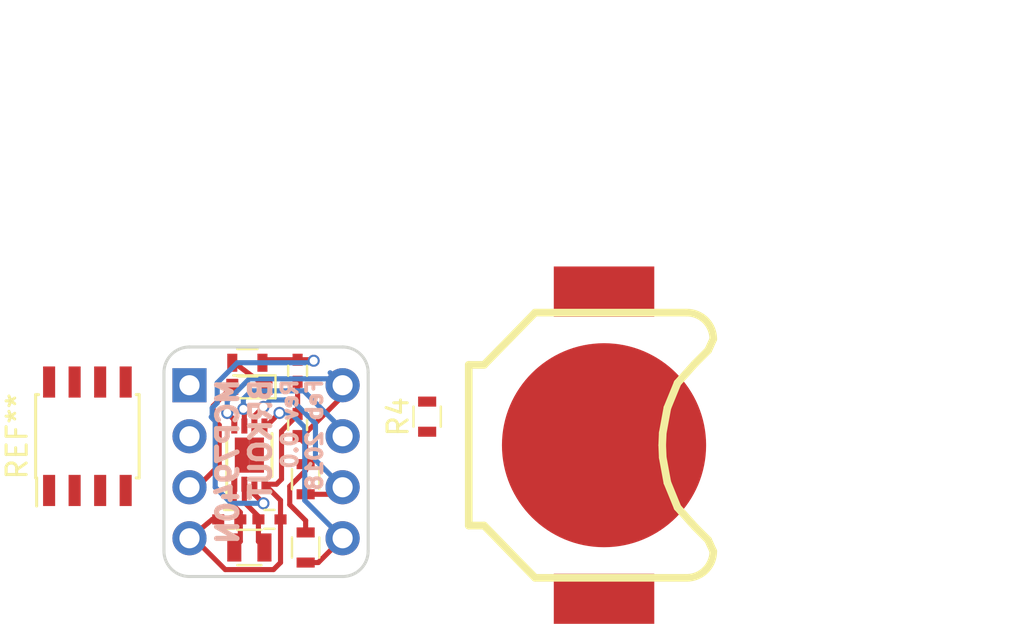
<source format=kicad_pcb>
(kicad_pcb (version 4) (host pcbnew 4.0.7)

  (general
    (links 24)
    (no_connects 2)
    (area 145.974999 107.239999 156.285001 118.820001)
    (thickness 1.6)
    (drawings 11)
    (tracks 105)
    (zones 0)
    (modules 15)
    (nets 13)
  )

  (page USLetter)
  (title_block
    (title "Arduino Clock")
    (company "Maker's Box")
  )

  (layers
    (0 F.Cu signal)
    (31 B.Cu signal)
    (32 B.Adhes user)
    (33 F.Adhes user)
    (34 B.Paste user)
    (35 F.Paste user)
    (36 B.SilkS user)
    (37 F.SilkS user)
    (38 B.Mask user)
    (39 F.Mask user)
    (40 Dwgs.User user)
    (41 Cmts.User user)
    (42 Eco1.User user)
    (43 Eco2.User user)
    (44 Edge.Cuts user)
    (45 Margin user)
    (46 B.CrtYd user)
    (47 F.CrtYd user)
    (48 B.Fab user)
    (49 F.Fab user hide)
  )

  (setup
    (last_trace_width 0.254)
    (user_trace_width 0.254)
    (user_trace_width 0.3048)
    (user_trace_width 0.4064)
    (user_trace_width 0.6096)
    (trace_clearance 0.2)
    (zone_clearance 0.508)
    (zone_45_only no)
    (trace_min 0.2)
    (segment_width 0.2)
    (edge_width 0.15)
    (via_size 0.6)
    (via_drill 0.4)
    (via_min_size 0.4)
    (via_min_drill 0.3)
    (uvia_size 0.3)
    (uvia_drill 0.1)
    (uvias_allowed no)
    (uvia_min_size 0.2)
    (uvia_min_drill 0.1)
    (pcb_text_width 0.3)
    (pcb_text_size 1.5 1.5)
    (mod_edge_width 0.15)
    (mod_text_size 1 1)
    (mod_text_width 0.15)
    (pad_size 1.7 1.7)
    (pad_drill 1)
    (pad_to_mask_clearance 0)
    (aux_axis_origin 0 0)
    (visible_elements 7FFEFFFF)
    (pcbplotparams
      (layerselection 0x00030_80000001)
      (usegerberextensions false)
      (excludeedgelayer true)
      (linewidth 0.100000)
      (plotframeref false)
      (viasonmask false)
      (mode 1)
      (useauxorigin false)
      (hpglpennumber 1)
      (hpglpenspeed 20)
      (hpglpendiameter 15)
      (hpglpenoverlay 2)
      (psnegative false)
      (psa4output false)
      (plotreference true)
      (plotvalue true)
      (plotinvisibletext false)
      (padsonsilk false)
      (subtractmaskfromsilk false)
      (outputformat 1)
      (mirror false)
      (drillshape 1)
      (scaleselection 1)
      (outputdirectory ""))
  )

  (net 0 "")
  (net 1 GND)
  (net 2 VCC)
  (net 3 "Net-(CX1-Pad1)")
  (net 4 "Net-(CX2-Pad1)")
  (net 5 /SDA)
  (net 6 /SCL)
  (net 7 "Net-(C2-Pad2)")
  (net 8 /MFP)
  (net 9 "Net-(D1-Pad1)")
  (net 10 /VBAT)
  (net 11 "Net-(JL1-Pad1)")
  (net 12 "Net-(JL1-Pad2)")

  (net_class Default "This is the default net class."
    (clearance 0.2)
    (trace_width 0.25)
    (via_dia 0.6)
    (via_drill 0.4)
    (uvia_dia 0.3)
    (uvia_drill 0.1)
    (add_net /MFP)
    (add_net /SCL)
    (add_net /SDA)
    (add_net /VBAT)
    (add_net GND)
    (add_net "Net-(C2-Pad2)")
    (add_net "Net-(CX1-Pad1)")
    (add_net "Net-(CX2-Pad1)")
    (add_net "Net-(D1-Pad1)")
    (add_net "Net-(JL1-Pad1)")
    (add_net "Net-(JL1-Pad2)")
    (add_net VCC)
  )

  (module Pin_Headers:Pin_Header_Straight_1x04_Pitch2.54mm (layer F.Cu) (tedit 5A9245DB) (tstamp 5A9235C2)
    (at 154.94 109.22)
    (descr "Through hole straight pin header, 1x04, 2.54mm pitch, single row")
    (tags "Through hole pin header THT 1x04 2.54mm single row")
    (path /5A939751)
    (fp_text reference JR1 (at 0.08128 3.94208 90) (layer F.SilkS) hide
      (effects (font (size 1 1) (thickness 0.15)))
    )
    (fp_text value Conn_01x04 (at 0 9.95) (layer F.Fab) hide
      (effects (font (size 1 1) (thickness 0.15)))
    )
    (fp_line (start -0.635 -1.27) (end 1.27 -1.27) (layer F.Fab) (width 0.1))
    (fp_line (start 1.27 -1.27) (end 1.27 8.89) (layer F.Fab) (width 0.1))
    (fp_line (start 1.27 8.89) (end -1.27 8.89) (layer F.Fab) (width 0.1))
    (fp_line (start -1.27 8.89) (end -1.27 -0.635) (layer F.Fab) (width 0.1))
    (fp_line (start -1.27 -0.635) (end -0.635 -1.27) (layer F.Fab) (width 0.1))
    (fp_line (start -1.8 -1.8) (end -1.8 9.4) (layer F.CrtYd) (width 0.05))
    (fp_line (start -1.8 9.4) (end 1.8 9.4) (layer F.CrtYd) (width 0.05))
    (fp_line (start 1.8 9.4) (end 1.8 -1.8) (layer F.CrtYd) (width 0.05))
    (fp_line (start 1.8 -1.8) (end -1.8 -1.8) (layer F.CrtYd) (width 0.05))
    (fp_text user %R (at 0 3.81 90) (layer F.Fab)
      (effects (font (size 1 1) (thickness 0.15)))
    )
    (pad 1 thru_hole circle (at 0 0) (size 1.7 1.7) (drill 1) (layers *.Cu *.Mask)
      (net 2 VCC))
    (pad 2 thru_hole oval (at 0 2.54) (size 1.7 1.7) (drill 1) (layers *.Cu *.Mask)
      (net 8 /MFP))
    (pad 3 thru_hole oval (at 0 5.08) (size 1.7 1.7) (drill 1) (layers *.Cu *.Mask)
      (net 6 /SCL))
    (pad 4 thru_hole oval (at 0 7.62) (size 1.7 1.7) (drill 1) (layers *.Cu *.Mask)
      (net 5 /SDA))
  )

  (module Pin_Headers:Pin_Header_Straight_1x04_Pitch2.54mm (layer F.Cu) (tedit 5A9245E0) (tstamp 5A9235BA)
    (at 147.32 109.22)
    (descr "Through hole straight pin header, 1x04, 2.54mm pitch, single row")
    (tags "Through hole pin header THT 1x04 2.54mm single row")
    (path /5A939A54)
    (fp_text reference JL1 (at -0.08128 3.90144 90) (layer F.SilkS) hide
      (effects (font (size 1 1) (thickness 0.15)))
    )
    (fp_text value Conn_01x04 (at 0 9.95) (layer F.Fab) hide
      (effects (font (size 1 1) (thickness 0.15)))
    )
    (fp_line (start -0.635 -1.27) (end 1.27 -1.27) (layer F.Fab) (width 0.1))
    (fp_line (start 1.27 -1.27) (end 1.27 8.89) (layer F.Fab) (width 0.1))
    (fp_line (start 1.27 8.89) (end -1.27 8.89) (layer F.Fab) (width 0.1))
    (fp_line (start -1.27 8.89) (end -1.27 -0.635) (layer F.Fab) (width 0.1))
    (fp_line (start -1.27 -0.635) (end -0.635 -1.27) (layer F.Fab) (width 0.1))
    (fp_line (start -1.8 -1.8) (end -1.8 9.4) (layer F.CrtYd) (width 0.05))
    (fp_line (start -1.8 9.4) (end 1.8 9.4) (layer F.CrtYd) (width 0.05))
    (fp_line (start 1.8 9.4) (end 1.8 -1.8) (layer F.CrtYd) (width 0.05))
    (fp_line (start 1.8 -1.8) (end -1.8 -1.8) (layer F.CrtYd) (width 0.05))
    (fp_text user %R (at 0 3.81 90) (layer F.Fab)
      (effects (font (size 1 1) (thickness 0.15)))
    )
    (pad 1 thru_hole rect (at 0 0) (size 1.7 1.7) (drill 1) (layers *.Cu *.Mask)
      (net 11 "Net-(JL1-Pad1)"))
    (pad 2 thru_hole oval (at 0 2.54) (size 1.7 1.7) (drill 1) (layers *.Cu *.Mask)
      (net 12 "Net-(JL1-Pad2)"))
    (pad 3 thru_hole oval (at 0 5.08) (size 1.7 1.7) (drill 1) (layers *.Cu *.Mask)
      (net 10 /VBAT))
    (pad 4 thru_hole oval (at 0 7.62) (size 1.7 1.7) (drill 1) (layers *.Cu *.Mask)
      (net 1 GND))
  )

  (module Resistors_SMD:R_0805 (layer F.Cu) (tedit 5A9244CF) (tstamp 5A9235A0)
    (at 150.3 117.3)
    (descr "Resistor SMD 0805, reflow soldering, Vishay (see dcrcw.pdf)")
    (tags "resistor 0805")
    (path /5A8E64A3)
    (attr smd)
    (fp_text reference Crystal1 (at 0.14928 -0.09424) (layer F.SilkS) hide
      (effects (font (size 0.508 0.508) (thickness 0.127)))
    )
    (fp_text value 32.768 (at 0 1.75) (layer F.Fab) hide
      (effects (font (size 1 1) (thickness 0.15)))
    )
    (fp_text user %R (at 0 0) (layer F.Fab)
      (effects (font (size 0.5 0.5) (thickness 0.075)))
    )
    (fp_line (start -1 0.62) (end -1 -0.62) (layer F.Fab) (width 0.1))
    (fp_line (start 1 0.62) (end -1 0.62) (layer F.Fab) (width 0.1))
    (fp_line (start 1 -0.62) (end 1 0.62) (layer F.Fab) (width 0.1))
    (fp_line (start -1 -0.62) (end 1 -0.62) (layer F.Fab) (width 0.1))
    (fp_line (start 0.6 0.88) (end -0.6 0.88) (layer F.SilkS) (width 0.12))
    (fp_line (start -0.6 -0.88) (end 0.6 -0.88) (layer F.SilkS) (width 0.12))
    (fp_line (start -1.55 -0.9) (end 1.55 -0.9) (layer F.CrtYd) (width 0.05))
    (fp_line (start -1.55 -0.9) (end -1.55 0.9) (layer F.CrtYd) (width 0.05))
    (fp_line (start 1.55 0.9) (end 1.55 -0.9) (layer F.CrtYd) (width 0.05))
    (fp_line (start 1.55 0.9) (end -1.55 0.9) (layer F.CrtYd) (width 0.05))
    (pad 1 smd rect (at -0.75 0) (size 0.7 1.4) (layers F.Cu F.Paste F.Mask)
      (net 3 "Net-(CX1-Pad1)"))
    (pad 2 smd rect (at 0.75 0) (size 0.7 1.4) (layers F.Cu F.Paste F.Mask)
      (net 4 "Net-(CX2-Pad1)"))
    (model ${KISYS3DMOD}/Resistors_SMD.3dshapes/R_0805.wrl
      (at (xyz 0 0 0))
      (scale (xyz 1 1 1))
      (rotate (xyz 0 0 0))
    )
  )

  (module Capacitors_SMD:C_0402 (layer F.Cu) (tedit 5A92452C) (tstamp 5A923593)
    (at 152.7 111.2 270)
    (descr "Capacitor SMD 0402, reflow soldering, AVX (see smccp.pdf)")
    (tags "capacitor 0402")
    (path /5A8E98CC)
    (attr smd)
    (fp_text reference C1 (at -0.02928 0.05616 270) (layer F.SilkS) hide
      (effects (font (size 0.508 0.508) (thickness 0.127)))
    )
    (fp_text value 0.1uF (at 0 1.27 270) (layer F.Fab)
      (effects (font (size 1 1) (thickness 0.15)))
    )
    (fp_text user %R (at 0 -1.27 270) (layer F.Fab)
      (effects (font (size 1 1) (thickness 0.15)))
    )
    (fp_line (start -0.5 0.25) (end -0.5 -0.25) (layer F.Fab) (width 0.1))
    (fp_line (start 0.5 0.25) (end -0.5 0.25) (layer F.Fab) (width 0.1))
    (fp_line (start 0.5 -0.25) (end 0.5 0.25) (layer F.Fab) (width 0.1))
    (fp_line (start -0.5 -0.25) (end 0.5 -0.25) (layer F.Fab) (width 0.1))
    (fp_line (start 0.25 -0.47) (end -0.25 -0.47) (layer F.SilkS) (width 0.12))
    (fp_line (start -0.25 0.47) (end 0.25 0.47) (layer F.SilkS) (width 0.12))
    (fp_line (start -1 -0.4) (end 1 -0.4) (layer F.CrtYd) (width 0.05))
    (fp_line (start -1 -0.4) (end -1 0.4) (layer F.CrtYd) (width 0.05))
    (fp_line (start 1 0.4) (end 1 -0.4) (layer F.CrtYd) (width 0.05))
    (fp_line (start 1 0.4) (end -1 0.4) (layer F.CrtYd) (width 0.05))
    (pad 1 smd rect (at -0.55 0 270) (size 0.6 0.5) (layers F.Cu F.Paste F.Mask)
      (net 1 GND))
    (pad 2 smd rect (at 0.55 0 270) (size 0.6 0.5) (layers F.Cu F.Paste F.Mask)
      (net 2 VCC))
    (model Capacitors_SMD.3dshapes/C_0402.wrl
      (at (xyz 0 0 0))
      (scale (xyz 1 1 1))
      (rotate (xyz 0 0 0))
    )
  )

  (module Capacitors_SMD:C_0402 (layer F.Cu) (tedit 5A92453E) (tstamp 5A923599)
    (at 152.7 108.5 90)
    (descr "Capacitor SMD 0402, reflow soldering, AVX (see smccp.pdf)")
    (tags "capacitor 0402")
    (path /5A9391E2)
    (attr smd)
    (fp_text reference C2 (at 0.03184 -0.05616 90) (layer F.SilkS) hide
      (effects (font (size 0.508 0.508) (thickness 0.127)))
    )
    (fp_text value 100pF (at 0 1.27 90) (layer F.Fab)
      (effects (font (size 1 1) (thickness 0.15)))
    )
    (fp_text user %R (at 0 -1.27 90) (layer F.Fab)
      (effects (font (size 1 1) (thickness 0.15)))
    )
    (fp_line (start -0.5 0.25) (end -0.5 -0.25) (layer F.Fab) (width 0.1))
    (fp_line (start 0.5 0.25) (end -0.5 0.25) (layer F.Fab) (width 0.1))
    (fp_line (start 0.5 -0.25) (end 0.5 0.25) (layer F.Fab) (width 0.1))
    (fp_line (start -0.5 -0.25) (end 0.5 -0.25) (layer F.Fab) (width 0.1))
    (fp_line (start 0.25 -0.47) (end -0.25 -0.47) (layer F.SilkS) (width 0.12))
    (fp_line (start -0.25 0.47) (end 0.25 0.47) (layer F.SilkS) (width 0.12))
    (fp_line (start -1 -0.4) (end 1 -0.4) (layer F.CrtYd) (width 0.05))
    (fp_line (start -1 -0.4) (end -1 0.4) (layer F.CrtYd) (width 0.05))
    (fp_line (start 1 0.4) (end 1 -0.4) (layer F.CrtYd) (width 0.05))
    (fp_line (start 1 0.4) (end -1 0.4) (layer F.CrtYd) (width 0.05))
    (pad 1 smd rect (at -0.55 0 90) (size 0.6 0.5) (layers F.Cu F.Paste F.Mask)
      (net 1 GND))
    (pad 2 smd rect (at 0.55 0 90) (size 0.6 0.5) (layers F.Cu F.Paste F.Mask)
      (net 7 "Net-(C2-Pad2)"))
    (model Capacitors_SMD.3dshapes/C_0402.wrl
      (at (xyz 0 0 0))
      (scale (xyz 1 1 1))
      (rotate (xyz 0 0 0))
    )
  )

  (module Capacitors_SMD:C_0402 (layer F.Cu) (tedit 5A9244BC) (tstamp 5A9235A6)
    (at 149.3 115.9 180)
    (descr "Capacitor SMD 0402, reflow soldering, AVX (see smccp.pdf)")
    (tags "capacitor 0402")
    (path /5A9384A5)
    (attr smd)
    (fp_text reference CX1 (at -0.01136 0.01504 180) (layer F.SilkS) hide
      (effects (font (size 0.508 0.508) (thickness 0.127)))
    )
    (fp_text value 10pF (at 0 1.27 180) (layer F.Fab)
      (effects (font (size 1 1) (thickness 0.15)))
    )
    (fp_text user %R (at 0 -1.27 180) (layer F.Fab)
      (effects (font (size 1 1) (thickness 0.15)))
    )
    (fp_line (start -0.5 0.25) (end -0.5 -0.25) (layer F.Fab) (width 0.1))
    (fp_line (start 0.5 0.25) (end -0.5 0.25) (layer F.Fab) (width 0.1))
    (fp_line (start 0.5 -0.25) (end 0.5 0.25) (layer F.Fab) (width 0.1))
    (fp_line (start -0.5 -0.25) (end 0.5 -0.25) (layer F.Fab) (width 0.1))
    (fp_line (start 0.25 -0.47) (end -0.25 -0.47) (layer F.SilkS) (width 0.12))
    (fp_line (start -0.25 0.47) (end 0.25 0.47) (layer F.SilkS) (width 0.12))
    (fp_line (start -1 -0.4) (end 1 -0.4) (layer F.CrtYd) (width 0.05))
    (fp_line (start -1 -0.4) (end -1 0.4) (layer F.CrtYd) (width 0.05))
    (fp_line (start 1 0.4) (end 1 -0.4) (layer F.CrtYd) (width 0.05))
    (fp_line (start 1 0.4) (end -1 0.4) (layer F.CrtYd) (width 0.05))
    (pad 1 smd rect (at -0.55 0 180) (size 0.6 0.5) (layers F.Cu F.Paste F.Mask)
      (net 3 "Net-(CX1-Pad1)"))
    (pad 2 smd rect (at 0.55 0 180) (size 0.6 0.5) (layers F.Cu F.Paste F.Mask)
      (net 1 GND))
    (model Capacitors_SMD.3dshapes/C_0402.wrl
      (at (xyz 0 0 0))
      (scale (xyz 1 1 1))
      (rotate (xyz 0 0 0))
    )
  )

  (module Capacitors_SMD:C_0402 (layer F.Cu) (tedit 5A9244E3) (tstamp 5A9235AC)
    (at 151.3 115.9)
    (descr "Capacitor SMD 0402, reflow soldering, AVX (see smccp.pdf)")
    (tags "capacitor 0402")
    (path /5A9384E8)
    (attr smd)
    (fp_text reference CX2 (at 0.00272 -0.01504) (layer F.SilkS) hide
      (effects (font (size 0.508 0.508) (thickness 0.127)))
    )
    (fp_text value 10pF (at 0 1.27) (layer F.Fab)
      (effects (font (size 1 1) (thickness 0.15)))
    )
    (fp_text user %R (at 0 -1.27) (layer F.Fab)
      (effects (font (size 1 1) (thickness 0.15)))
    )
    (fp_line (start -0.5 0.25) (end -0.5 -0.25) (layer F.Fab) (width 0.1))
    (fp_line (start 0.5 0.25) (end -0.5 0.25) (layer F.Fab) (width 0.1))
    (fp_line (start 0.5 -0.25) (end 0.5 0.25) (layer F.Fab) (width 0.1))
    (fp_line (start -0.5 -0.25) (end 0.5 -0.25) (layer F.Fab) (width 0.1))
    (fp_line (start 0.25 -0.47) (end -0.25 -0.47) (layer F.SilkS) (width 0.12))
    (fp_line (start -0.25 0.47) (end 0.25 0.47) (layer F.SilkS) (width 0.12))
    (fp_line (start -1 -0.4) (end 1 -0.4) (layer F.CrtYd) (width 0.05))
    (fp_line (start -1 -0.4) (end -1 0.4) (layer F.CrtYd) (width 0.05))
    (fp_line (start 1 0.4) (end 1 -0.4) (layer F.CrtYd) (width 0.05))
    (fp_line (start 1 0.4) (end -1 0.4) (layer F.CrtYd) (width 0.05))
    (pad 1 smd rect (at -0.55 0) (size 0.6 0.5) (layers F.Cu F.Paste F.Mask)
      (net 4 "Net-(CX2-Pad1)"))
    (pad 2 smd rect (at 0.55 0) (size 0.6 0.5) (layers F.Cu F.Paste F.Mask)
      (net 1 GND))
    (model Capacitors_SMD.3dshapes/C_0402.wrl
      (at (xyz 0 0 0))
      (scale (xyz 1 1 1))
      (rotate (xyz 0 0 0))
    )
  )

  (module Diodes_SMD:D_0603 (layer F.Cu) (tedit 5A92455B) (tstamp 5A9235B2)
    (at 150.3 109.3 180)
    (descr "Diode SMD in 0603 package http://datasheets.avx.com/schottky.pdf")
    (tags "smd diode")
    (path /5A93903A)
    (attr smd)
    (fp_text reference D1 (at -0.02736 0.01904 180) (layer F.SilkS) hide
      (effects (font (size 0.508 0.508) (thickness 0.127)))
    )
    (fp_text value D_Schottky (at 0 1.4 180) (layer F.Fab)
      (effects (font (size 1 1) (thickness 0.15)))
    )
    (fp_text user %R (at 0 -1.4 180) (layer F.Fab)
      (effects (font (size 1 1) (thickness 0.15)))
    )
    (fp_line (start -1.3 -0.57) (end -1.3 0.57) (layer F.SilkS) (width 0.12))
    (fp_line (start 1.4 0.67) (end 1.4 -0.67) (layer F.CrtYd) (width 0.05))
    (fp_line (start -1.4 0.67) (end 1.4 0.67) (layer F.CrtYd) (width 0.05))
    (fp_line (start -1.4 -0.67) (end -1.4 0.67) (layer F.CrtYd) (width 0.05))
    (fp_line (start 1.4 -0.67) (end -1.4 -0.67) (layer F.CrtYd) (width 0.05))
    (fp_line (start 0.2 0) (end 0.4 0) (layer F.Fab) (width 0.1))
    (fp_line (start -0.1 0) (end -0.3 0) (layer F.Fab) (width 0.1))
    (fp_line (start -0.1 -0.2) (end -0.1 0.2) (layer F.Fab) (width 0.1))
    (fp_line (start 0.2 0.2) (end 0.2 -0.2) (layer F.Fab) (width 0.1))
    (fp_line (start -0.1 0) (end 0.2 0.2) (layer F.Fab) (width 0.1))
    (fp_line (start 0.2 -0.2) (end -0.1 0) (layer F.Fab) (width 0.1))
    (fp_line (start -0.8 0.45) (end -0.8 -0.45) (layer F.Fab) (width 0.1))
    (fp_line (start 0.8 0.45) (end -0.8 0.45) (layer F.Fab) (width 0.1))
    (fp_line (start 0.8 -0.45) (end 0.8 0.45) (layer F.Fab) (width 0.1))
    (fp_line (start -0.8 -0.45) (end 0.8 -0.45) (layer F.Fab) (width 0.1))
    (fp_line (start -1.3 0.57) (end 0.8 0.57) (layer F.SilkS) (width 0.12))
    (fp_line (start -1.3 -0.57) (end 0.8 -0.57) (layer F.SilkS) (width 0.12))
    (pad 1 smd rect (at -0.85 0 180) (size 0.6 0.8) (layers F.Cu F.Paste F.Mask)
      (net 9 "Net-(D1-Pad1)"))
    (pad 2 smd rect (at 0.85 0 180) (size 0.6 0.8) (layers F.Cu F.Paste F.Mask)
      (net 10 /VBAT))
    (model ${KISYS3DMOD}/Diodes_SMD.3dshapes/D_0603.wrl
      (at (xyz 0 0 0))
      (scale (xyz 1 1 1))
      (rotate (xyz 0 0 0))
    )
  )

  (module Resistors_SMD:R_0603 (layer F.Cu) (tedit 5A92456B) (tstamp 5A9235C8)
    (at 150.2 108.1)
    (descr "Resistor SMD 0603, reflow soldering, Vishay (see dcrcw.pdf)")
    (tags "resistor 0603")
    (path /5A939071)
    (attr smd)
    (fp_text reference R1 (at 0.04608 0.04304) (layer F.SilkS) hide
      (effects (font (size 0.508 0.508) (thickness 0.127)))
    )
    (fp_text value 1K (at 0 1.5) (layer F.Fab)
      (effects (font (size 1 1) (thickness 0.15)))
    )
    (fp_text user %R (at 0 0) (layer F.Fab)
      (effects (font (size 0.4 0.4) (thickness 0.075)))
    )
    (fp_line (start -0.8 0.4) (end -0.8 -0.4) (layer F.Fab) (width 0.1))
    (fp_line (start 0.8 0.4) (end -0.8 0.4) (layer F.Fab) (width 0.1))
    (fp_line (start 0.8 -0.4) (end 0.8 0.4) (layer F.Fab) (width 0.1))
    (fp_line (start -0.8 -0.4) (end 0.8 -0.4) (layer F.Fab) (width 0.1))
    (fp_line (start 0.5 0.68) (end -0.5 0.68) (layer F.SilkS) (width 0.12))
    (fp_line (start -0.5 -0.68) (end 0.5 -0.68) (layer F.SilkS) (width 0.12))
    (fp_line (start -1.25 -0.7) (end 1.25 -0.7) (layer F.CrtYd) (width 0.05))
    (fp_line (start -1.25 -0.7) (end -1.25 0.7) (layer F.CrtYd) (width 0.05))
    (fp_line (start 1.25 0.7) (end 1.25 -0.7) (layer F.CrtYd) (width 0.05))
    (fp_line (start 1.25 0.7) (end -1.25 0.7) (layer F.CrtYd) (width 0.05))
    (pad 1 smd rect (at -0.75 0) (size 0.5 0.9) (layers F.Cu F.Paste F.Mask)
      (net 9 "Net-(D1-Pad1)"))
    (pad 2 smd rect (at 0.75 0) (size 0.5 0.9) (layers F.Cu F.Paste F.Mask)
      (net 7 "Net-(C2-Pad2)"))
    (model ${KISYS3DMOD}/Resistors_SMD.3dshapes/R_0603.wrl
      (at (xyz 0 0 0))
      (scale (xyz 1 1 1))
      (rotate (xyz 0 0 0))
    )
  )

  (module Resistors_SMD:R_0603 (layer F.Cu) (tedit 5A92487A) (tstamp 5A9235CE)
    (at 153.1 117.3 90)
    (descr "Resistor SMD 0603, reflow soldering, Vishay (see dcrcw.pdf)")
    (tags "resistor 0603")
    (path /5A9368CC)
    (attr smd)
    (fp_text reference R3 (at 0.0536 0.05184 90) (layer F.SilkS) hide
      (effects (font (size 0.508 0.508) (thickness 0.127)))
    )
    (fp_text value 2K (at 0 1.5 90) (layer F.Fab)
      (effects (font (size 1 1) (thickness 0.15)))
    )
    (fp_text user %R (at 0 0 90) (layer F.Fab)
      (effects (font (size 0.4 0.4) (thickness 0.075)))
    )
    (fp_line (start -0.8 0.4) (end -0.8 -0.4) (layer F.Fab) (width 0.1))
    (fp_line (start 0.8 0.4) (end -0.8 0.4) (layer F.Fab) (width 0.1))
    (fp_line (start 0.8 -0.4) (end 0.8 0.4) (layer F.Fab) (width 0.1))
    (fp_line (start -0.8 -0.4) (end 0.8 -0.4) (layer F.Fab) (width 0.1))
    (fp_line (start 0.5 0.68) (end -0.5 0.68) (layer F.SilkS) (width 0.12))
    (fp_line (start -0.5 -0.68) (end 0.5 -0.68) (layer F.SilkS) (width 0.12))
    (fp_line (start -1.25 -0.7) (end 1.25 -0.7) (layer F.CrtYd) (width 0.05))
    (fp_line (start -1.25 -0.7) (end -1.25 0.7) (layer F.CrtYd) (width 0.05))
    (fp_line (start 1.25 0.7) (end 1.25 -0.7) (layer F.CrtYd) (width 0.05))
    (fp_line (start 1.25 0.7) (end -1.25 0.7) (layer F.CrtYd) (width 0.05))
    (pad 1 smd rect (at -0.75 0 90) (size 0.5 0.9) (layers F.Cu F.Paste F.Mask)
      (net 5 /SDA))
    (pad 2 smd rect (at 0.75 0 90) (size 0.5 0.9) (layers F.Cu F.Paste F.Mask)
      (net 2 VCC))
    (model ${KISYS3DMOD}/Resistors_SMD.3dshapes/R_0603.wrl
      (at (xyz 0 0 0))
      (scale (xyz 1 1 1))
      (rotate (xyz 0 0 0))
    )
  )

  (module Resistors_SMD:R_0603 (layer F.Cu) (tedit 5A924830) (tstamp 5A9235D4)
    (at 153.1 113.9 90)
    (descr "Resistor SMD 0603, reflow soldering, Vishay (see dcrcw.pdf)")
    (tags "resistor 0603")
    (path /5A93696B)
    (attr smd)
    (fp_text reference R2 (at 0.02672 -0.00912 90) (layer F.SilkS) hide
      (effects (font (size 0.508 0.508) (thickness 0.127)))
    )
    (fp_text value 2K (at 0 1.5 90) (layer F.Fab)
      (effects (font (size 1 1) (thickness 0.15)))
    )
    (fp_text user %R (at 0 0 90) (layer F.Fab)
      (effects (font (size 0.4 0.4) (thickness 0.075)))
    )
    (fp_line (start -0.8 0.4) (end -0.8 -0.4) (layer F.Fab) (width 0.1))
    (fp_line (start 0.8 0.4) (end -0.8 0.4) (layer F.Fab) (width 0.1))
    (fp_line (start 0.8 -0.4) (end 0.8 0.4) (layer F.Fab) (width 0.1))
    (fp_line (start -0.8 -0.4) (end 0.8 -0.4) (layer F.Fab) (width 0.1))
    (fp_line (start 0.5 0.68) (end -0.5 0.68) (layer F.SilkS) (width 0.12))
    (fp_line (start -0.5 -0.68) (end 0.5 -0.68) (layer F.SilkS) (width 0.12))
    (fp_line (start -1.25 -0.7) (end 1.25 -0.7) (layer F.CrtYd) (width 0.05))
    (fp_line (start -1.25 -0.7) (end -1.25 0.7) (layer F.CrtYd) (width 0.05))
    (fp_line (start 1.25 0.7) (end 1.25 -0.7) (layer F.CrtYd) (width 0.05))
    (fp_line (start 1.25 0.7) (end -1.25 0.7) (layer F.CrtYd) (width 0.05))
    (pad 1 smd rect (at -0.75 0 90) (size 0.5 0.9) (layers F.Cu F.Paste F.Mask)
      (net 6 /SCL))
    (pad 2 smd rect (at 0.75 0 90) (size 0.5 0.9) (layers F.Cu F.Paste F.Mask)
      (net 2 VCC))
    (model ${KISYS3DMOD}/Resistors_SMD.3dshapes/R_0603.wrl
      (at (xyz 0 0 0))
      (scale (xyz 1 1 1))
      (rotate (xyz 0 0 0))
    )
  )

  (module Housings_DFN_QFN:DFN-8-1EP_3x2mm_Pitch0.5mm (layer F.Cu) (tedit 5A924872) (tstamp 5A9235E4)
    (at 150.3 112.7 90)
    (descr "8-Lead Plastic Dual Flat, No Lead Package (MC) - 2x3x0.9 mm Body [DFN] (see Microchip Packaging Specification 00000049BS.pdf)")
    (tags "DFN 0.5")
    (path /5A8E6B76)
    (attr smd)
    (fp_text reference U1 (at -0.01504 -0.05392 90) (layer F.SilkS) hide
      (effects (font (size 0.508 0.508) (thickness 0.127)))
    )
    (fp_text value RTC (at 0 2.05 90) (layer F.Fab)
      (effects (font (size 1 1) (thickness 0.15)))
    )
    (fp_line (start -0.5 -1) (end 1.5 -1) (layer F.Fab) (width 0.15))
    (fp_line (start 1.5 -1) (end 1.5 1) (layer F.Fab) (width 0.15))
    (fp_line (start 1.5 1) (end -1.5 1) (layer F.Fab) (width 0.15))
    (fp_line (start -1.5 1) (end -1.5 0) (layer F.Fab) (width 0.15))
    (fp_line (start -1.5 0) (end -0.5 -1) (layer F.Fab) (width 0.15))
    (fp_line (start -2.1 -1.3) (end -2.1 1.3) (layer F.CrtYd) (width 0.05))
    (fp_line (start 2.1 -1.3) (end 2.1 1.3) (layer F.CrtYd) (width 0.05))
    (fp_line (start -2.1 -1.3) (end 2.1 -1.3) (layer F.CrtYd) (width 0.05))
    (fp_line (start -2.1 1.3) (end 2.1 1.3) (layer F.CrtYd) (width 0.05))
    (fp_line (start -1.075 1.125) (end 1.075 1.125) (layer F.SilkS) (width 0.15))
    (fp_line (start -1.9 -1.125) (end 1.075 -1.125) (layer F.SilkS) (width 0.15))
    (pad 1 smd rect (at -1.45 -0.75 90) (size 0.75 0.3) (layers F.Cu F.Paste F.Mask)
      (net 3 "Net-(CX1-Pad1)"))
    (pad 2 smd rect (at -1.45 -0.25 90) (size 0.75 0.3) (layers F.Cu F.Paste F.Mask)
      (net 4 "Net-(CX2-Pad1)"))
    (pad 3 smd rect (at -1.45 0.25 90) (size 0.75 0.3) (layers F.Cu F.Paste F.Mask)
      (net 7 "Net-(C2-Pad2)"))
    (pad 4 smd rect (at -1.45 0.75 90) (size 0.75 0.3) (layers F.Cu F.Paste F.Mask)
      (net 1 GND))
    (pad 5 smd rect (at 1.45 0.75 90) (size 0.75 0.3) (layers F.Cu F.Paste F.Mask)
      (net 5 /SDA))
    (pad 6 smd rect (at 1.45 0.25 90) (size 0.75 0.3) (layers F.Cu F.Paste F.Mask)
      (net 6 /SCL))
    (pad 7 smd rect (at 1.45 -0.25 90) (size 0.75 0.3) (layers F.Cu F.Paste F.Mask)
      (net 8 /MFP))
    (pad 8 smd rect (at 1.45 -0.75 90) (size 0.75 0.3) (layers F.Cu F.Paste F.Mask)
      (net 2 VCC))
    (pad 9 smd rect (at 0.4375 0.3625 90) (size 0.875 0.725) (layers F.Cu F.Paste F.Mask)
      (solder_paste_margin_ratio -0.2))
    (pad 9 smd rect (at 0.4375 -0.3625 90) (size 0.875 0.725) (layers F.Cu F.Paste F.Mask)
      (solder_paste_margin_ratio -0.2))
    (pad 9 smd rect (at -0.4375 0.3625 90) (size 0.875 0.725) (layers F.Cu F.Paste F.Mask)
      (solder_paste_margin_ratio -0.2))
    (pad 9 smd rect (at -0.4375 -0.3625 90) (size 0.875 0.725) (layers F.Cu F.Paste F.Mask)
      (solder_paste_margin_ratio -0.2))
    (model ${KISYS3DMOD}/Housings_DFN_QFN.3dshapes/DFN-8-1EP_3x2mm_Pitch0.5mm.wrl
      (at (xyz 0 0 0))
      (scale (xyz 1 1 1))
      (rotate (xyz 0 0 0))
    )
  )

  (module Resistors_SMD:R_0603 (layer F.Cu) (tedit 58E0A804) (tstamp 5A924BE3)
    (at 159.14624 110.78464 90)
    (descr "Resistor SMD 0603, reflow soldering, Vishay (see dcrcw.pdf)")
    (tags "resistor 0603")
    (path /5A93A18F)
    (attr smd)
    (fp_text reference R4 (at 0 -1.45 90) (layer F.SilkS)
      (effects (font (size 1 1) (thickness 0.15)))
    )
    (fp_text value 10K (at 0 1.5 90) (layer F.Fab)
      (effects (font (size 1 1) (thickness 0.15)))
    )
    (fp_text user %R (at 0 0 90) (layer F.Fab)
      (effects (font (size 0.4 0.4) (thickness 0.075)))
    )
    (fp_line (start -0.8 0.4) (end -0.8 -0.4) (layer F.Fab) (width 0.1))
    (fp_line (start 0.8 0.4) (end -0.8 0.4) (layer F.Fab) (width 0.1))
    (fp_line (start 0.8 -0.4) (end 0.8 0.4) (layer F.Fab) (width 0.1))
    (fp_line (start -0.8 -0.4) (end 0.8 -0.4) (layer F.Fab) (width 0.1))
    (fp_line (start 0.5 0.68) (end -0.5 0.68) (layer F.SilkS) (width 0.12))
    (fp_line (start -0.5 -0.68) (end 0.5 -0.68) (layer F.SilkS) (width 0.12))
    (fp_line (start -1.25 -0.7) (end 1.25 -0.7) (layer F.CrtYd) (width 0.05))
    (fp_line (start -1.25 -0.7) (end -1.25 0.7) (layer F.CrtYd) (width 0.05))
    (fp_line (start 1.25 0.7) (end 1.25 -0.7) (layer F.CrtYd) (width 0.05))
    (fp_line (start 1.25 0.7) (end -1.25 0.7) (layer F.CrtYd) (width 0.05))
    (pad 1 smd rect (at -0.75 0 90) (size 0.5 0.9) (layers F.Cu F.Paste F.Mask)
      (net 8 /MFP))
    (pad 2 smd rect (at 0.75 0 90) (size 0.5 0.9) (layers F.Cu F.Paste F.Mask)
      (net 2 VCC))
    (model ${KISYS3DMOD}/Resistors_SMD.3dshapes/R_0603.wrl
      (at (xyz 0 0 0))
      (scale (xyz 1 1 1))
      (rotate (xyz 0 0 0))
    )
  )

  (module myFootPrints:BATT_12mm (layer F.Cu) (tedit 56EB8802) (tstamp 5A92E514)
    (at 167.94734 112.20704 90)
    (descr "Keystone type 3000 coin cell retainer")
    (fp_text reference BAT*** (at 0 -4.5 90) (layer F.SilkS) hide
      (effects (font (thickness 0.3048)))
    )
    (fp_text value 12mm (at 0 4.5 90) (layer F.SilkS) hide
      (effects (font (thickness 0.3048)))
    )
    (fp_line (start 0.6096 2.921) (end 1.8542 3.1496) (layer F.SilkS) (width 0.381))
    (fp_line (start 1.8542 3.1496) (end 3.0988 3.6576) (layer F.SilkS) (width 0.381))
    (fp_line (start 3.0988 3.6576) (end 4.064 4.5212) (layer F.SilkS) (width 0.381))
    (fp_line (start 4.064 4.5212) (end 4.7244 5.1816) (layer F.SilkS) (width 0.381))
    (fp_line (start 4.7244 5.1816) (end 5.2832 5.4356) (layer F.SilkS) (width 0.381))
    (fp_line (start 0 2.8956) (end 0.6096 2.921) (layer F.SilkS) (width 0.381))
    (fp_line (start -3.0988 3.6576) (end -4.064 4.5212) (layer F.SilkS) (width 0.381))
    (fp_line (start -4.064 4.5212) (end -4.7244 5.1816) (layer F.SilkS) (width 0.381))
    (fp_line (start -5.2832 5.4356) (end -4.7244 5.1816) (layer F.SilkS) (width 0.381))
    (fp_line (start -3.0988 3.6576) (end -1.8542 3.1496) (layer F.SilkS) (width 0.381))
    (fp_line (start -1.8542 3.1496) (end -0.6096 2.921) (layer F.SilkS) (width 0.381))
    (fp_line (start -0.6096 2.921) (end 0 2.8956) (layer F.SilkS) (width 0.381))
    (fp_arc (start 5.2832 4.1148) (end 6.604 4.1148) (angle 90) (layer F.SilkS) (width 0.381))
    (fp_arc (start -5.2832 4.1148) (end -5.2832 5.4356) (angle 90) (layer F.SilkS) (width 0.381))
    (fp_line (start 6.604 -3.429) (end 6.604 4.064) (layer F.SilkS) (width 0.381))
    (fp_line (start -6.604 -3.429) (end -6.604 4.064) (layer F.SilkS) (width 0.381))
    (fp_line (start 4.0005 -5.969) (end 6.604 -3.429) (layer F.SilkS) (width 0.381))
    (fp_line (start -4.0005 -5.969) (end -6.604 -3.429) (layer F.SilkS) (width 0.381))
    (fp_line (start 3.9995 -6.731) (end 3.9995 -5.969) (layer F.SilkS) (width 0.381))
    (fp_line (start -4.0005 -6.731) (end -4.0005 -5.969) (layer F.SilkS) (width 0.381))
    (fp_line (start -4.0005 -6.731) (end 4.0005 -6.731) (layer F.SilkS) (width 0.381))
    (pad 1 smd rect (at -7.65 0 90) (size 2.5 5) (layers F.Cu F.Paste F.Mask))
    (pad 1 smd rect (at 7.65 0 90) (size 2.5 5) (layers F.Cu F.Paste F.Mask))
    (pad 2 smd circle (at 0 0 90) (size 10.16 10.16) (layers F.Cu F.Paste F.Mask))
    (model walter/battery_holders/keystone_3000.wrl
      (at (xyz 0 0 0))
      (scale (xyz 1 1 1))
      (rotate (xyz 0 0 0))
    )
  )

  (module Housings_SOIC:SOIC-8_3.9x4.9mm_Pitch1.27mm (layer F.Cu) (tedit 58CD0CDA) (tstamp 5A92E5C2)
    (at 142.24 111.76 90)
    (descr "8-Lead Plastic Small Outline (SN) - Narrow, 3.90 mm Body [SOIC] (see Microchip Packaging Specification 00000049BS.pdf)")
    (tags "SOIC 1.27")
    (attr smd)
    (fp_text reference REF** (at 0 -3.5 90) (layer F.SilkS)
      (effects (font (size 1 1) (thickness 0.15)))
    )
    (fp_text value SOIC-8_3.9x4.9mm_Pitch1.27mm (at 0 3.5 90) (layer F.Fab)
      (effects (font (size 1 1) (thickness 0.15)))
    )
    (fp_text user %R (at 0 0 90) (layer F.Fab)
      (effects (font (size 1 1) (thickness 0.15)))
    )
    (fp_line (start -0.95 -2.45) (end 1.95 -2.45) (layer F.Fab) (width 0.1))
    (fp_line (start 1.95 -2.45) (end 1.95 2.45) (layer F.Fab) (width 0.1))
    (fp_line (start 1.95 2.45) (end -1.95 2.45) (layer F.Fab) (width 0.1))
    (fp_line (start -1.95 2.45) (end -1.95 -1.45) (layer F.Fab) (width 0.1))
    (fp_line (start -1.95 -1.45) (end -0.95 -2.45) (layer F.Fab) (width 0.1))
    (fp_line (start -3.73 -2.7) (end -3.73 2.7) (layer F.CrtYd) (width 0.05))
    (fp_line (start 3.73 -2.7) (end 3.73 2.7) (layer F.CrtYd) (width 0.05))
    (fp_line (start -3.73 -2.7) (end 3.73 -2.7) (layer F.CrtYd) (width 0.05))
    (fp_line (start -3.73 2.7) (end 3.73 2.7) (layer F.CrtYd) (width 0.05))
    (fp_line (start -2.075 -2.575) (end -2.075 -2.525) (layer F.SilkS) (width 0.15))
    (fp_line (start 2.075 -2.575) (end 2.075 -2.43) (layer F.SilkS) (width 0.15))
    (fp_line (start 2.075 2.575) (end 2.075 2.43) (layer F.SilkS) (width 0.15))
    (fp_line (start -2.075 2.575) (end -2.075 2.43) (layer F.SilkS) (width 0.15))
    (fp_line (start -2.075 -2.575) (end 2.075 -2.575) (layer F.SilkS) (width 0.15))
    (fp_line (start -2.075 2.575) (end 2.075 2.575) (layer F.SilkS) (width 0.15))
    (fp_line (start -2.075 -2.525) (end -3.475 -2.525) (layer F.SilkS) (width 0.15))
    (pad 1 smd rect (at -2.7 -1.905 90) (size 1.55 0.6) (layers F.Cu F.Paste F.Mask))
    (pad 2 smd rect (at -2.7 -0.635 90) (size 1.55 0.6) (layers F.Cu F.Paste F.Mask))
    (pad 3 smd rect (at -2.7 0.635 90) (size 1.55 0.6) (layers F.Cu F.Paste F.Mask))
    (pad 4 smd rect (at -2.7 1.905 90) (size 1.55 0.6) (layers F.Cu F.Paste F.Mask))
    (pad 5 smd rect (at 2.7 1.905 90) (size 1.55 0.6) (layers F.Cu F.Paste F.Mask))
    (pad 6 smd rect (at 2.7 0.635 90) (size 1.55 0.6) (layers F.Cu F.Paste F.Mask))
    (pad 7 smd rect (at 2.7 -0.635 90) (size 1.55 0.6) (layers F.Cu F.Paste F.Mask))
    (pad 8 smd rect (at 2.7 -1.905 90) (size 1.55 0.6) (layers F.Cu F.Paste F.Mask))
    (model ${KISYS3DMOD}/Housings_SOIC.3dshapes/SOIC-8_3.9x4.9mm_Pitch1.27mm.wrl
      (at (xyz 0 0 0))
      (scale (xyz 1 1 1))
      (rotate (xyz 0 0 0))
    )
  )

  (gr_text "Rev 0.0\nFeb 2018" (at 152.92832 108.83392 90) (layer B.SilkS)
    (effects (font (size 0.762 0.762) (thickness 0.1905)) (justify left mirror))
  )
  (gr_text "MCP7940N\nBRKOUT\n" (at 150.04288 108.79328 90) (layer B.SilkS)
    (effects (font (size 1.016 1.016) (thickness 0.254)) (justify left mirror))
  )
  (gr_line (start 146.05 117.475) (end 146.05 108.585) (angle 90) (layer Edge.Cuts) (width 0.15))
  (gr_line (start 154.94 118.745) (end 147.32 118.745) (angle 90) (layer Edge.Cuts) (width 0.15))
  (gr_line (start 156.21 108.585) (end 156.21 117.475) (angle 90) (layer Edge.Cuts) (width 0.15))
  (gr_line (start 154.94 107.315) (end 147.32 107.315) (angle 90) (layer Edge.Cuts) (width 0.15))
  (gr_arc (start 147.32 108.585) (end 146.05 108.585) (angle 90) (layer Edge.Cuts) (width 0.15))
  (gr_arc (start 154.94 108.585) (end 154.94 107.315) (angle 90) (layer Edge.Cuts) (width 0.15))
  (gr_arc (start 154.94 117.475) (end 156.21 117.475) (angle 90) (layer Edge.Cuts) (width 0.15))
  (gr_arc (start 147.32 117.475) (end 147.32 118.745) (angle 90) (layer Edge.Cuts) (width 0.15))
  (gr_text 1253-1343-1-ND (at 177.8 91.44) (layer Dwgs.User)
    (effects (font (size 1.5 1.5) (thickness 0.3)))
  )

  (segment (start 147.32 116.84) (end 147.54 116.84) (width 0.254) (layer F.Cu) (net 1))
  (segment (start 147.54 116.84) (end 149.1 118.4) (width 0.254) (layer F.Cu) (net 1) (tstamp 5A9243A4))
  (segment (start 151.85 118.05) (end 151.85 115.9) (width 0.254) (layer F.Cu) (net 1) (tstamp 5A9243B1))
  (segment (start 151.5 118.4) (end 151.85 118.05) (width 0.254) (layer F.Cu) (net 1) (tstamp 5A9243AB))
  (segment (start 149.1 118.4) (end 151.5 118.4) (width 0.254) (layer F.Cu) (net 1) (tstamp 5A9243A5))
  (segment (start 151.05 114.15) (end 151.65 114.15) (width 0.254) (layer F.Cu) (net 1))
  (segment (start 151.9 111.5) (end 152.7 110.7) (width 0.254) (layer F.Cu) (net 1) (tstamp 5A9242E8))
  (segment (start 151.9 113.9) (end 151.9 111.5) (width 0.254) (layer F.Cu) (net 1) (tstamp 5A9242E5))
  (segment (start 151.65 114.15) (end 151.9 113.9) (width 0.254) (layer F.Cu) (net 1) (tstamp 5A9242E3))
  (segment (start 152.7 110.7) (end 152.7 110.65) (width 0.254) (layer F.Cu) (net 1) (tstamp 5A9242EA))
  (segment (start 152.7 110.65) (end 152.7 109.05) (width 0.254) (layer F.Cu) (net 1))
  (segment (start 148.75 115.9) (end 148.46 115.9) (width 0.254) (layer F.Cu) (net 1) (status 30))
  (segment (start 148.46 115.9) (end 147.32 116.84) (width 0.254) (layer F.Cu) (net 1) (tstamp 5A923EF0) (status 10))
  (segment (start 151.85 115.9) (end 151.85 114.95) (width 0.254) (layer F.Cu) (net 1) (status 10))
  (segment (start 151.85 114.95) (end 151.05 114.15) (width 0.254) (layer F.Cu) (net 1) (tstamp 5A923DA6))
  (segment (start 153.1 116.55) (end 153.1 115.96012) (width 0.254) (layer F.Cu) (net 2))
  (segment (start 153.1 113.46284) (end 153.1 113.15) (width 0.254) (layer F.Cu) (net 2) (tstamp 5A92463E))
  (segment (start 152.30856 114.25428) (end 153.1 113.46284) (width 0.254) (layer F.Cu) (net 2) (tstamp 5A92463C))
  (segment (start 152.30856 115.16868) (end 152.30856 114.25428) (width 0.254) (layer F.Cu) (net 2) (tstamp 5A92463B))
  (segment (start 153.1 115.96012) (end 152.30856 115.16868) (width 0.254) (layer F.Cu) (net 2) (tstamp 5A92463A))
  (segment (start 149.2 110.6) (end 149.2 110) (width 0.254) (layer B.Cu) (net 2))
  (segment (start 150.3 108.9) (end 154.62 108.9) (width 0.254) (layer B.Cu) (net 2) (tstamp 5A924287))
  (segment (start 149.2 110) (end 150.3 108.9) (width 0.254) (layer B.Cu) (net 2) (tstamp 5A924284))
  (segment (start 154.62 108.9) (end 154.94 109.22) (width 0.254) (layer B.Cu) (net 2) (tstamp 5A92428A))
  (segment (start 149.55 111.25) (end 149.55 110.95) (width 0.254) (layer F.Cu) (net 2))
  (segment (start 149.55 110.95) (end 149.2 110.6) (width 0.254) (layer F.Cu) (net 2) (tstamp 5A924215))
  (via (at 149.2 110.6) (size 0.6) (drill 0.4) (layers F.Cu B.Cu) (net 2))
  (segment (start 149.2 110.6) (end 149.3 110.5) (width 0.254) (layer B.Cu) (net 2) (tstamp 5A924219))
  (segment (start 154.32 108.6) (end 154.94 109.22) (width 0.254) (layer B.Cu) (net 2) (tstamp 5A924223))
  (segment (start 153.1 116.55) (end 153.1 116.4) (width 0.254) (layer F.Cu) (net 2))
  (segment (start 152.7 111.75) (end 152.95 111.75) (width 0.254) (layer F.Cu) (net 2))
  (segment (start 152.95 111.75) (end 154.94 109.76) (width 0.254) (layer F.Cu) (net 2) (tstamp 5A923F37))
  (segment (start 154.94 109.76) (end 154.94 109.22) (width 0.254) (layer F.Cu) (net 2) (tstamp 5A923F3B))
  (segment (start 153.1 113.15) (end 153.1 112.15) (width 0.254) (layer F.Cu) (net 2))
  (segment (start 153.1 112.15) (end 152.7 111.75) (width 0.254) (layer F.Cu) (net 2) (tstamp 5A923F34))
  (segment (start 149.85 115.9) (end 149.85 117) (width 0.254) (layer F.Cu) (net 3))
  (segment (start 149.85 117) (end 149.55 117.3) (width 0.254) (layer F.Cu) (net 3) (tstamp 5A9243A1))
  (segment (start 149.55 114.15) (end 149.55 115.25) (width 0.254) (layer F.Cu) (net 3))
  (segment (start 149.85 115.55) (end 149.85 115.9) (width 0.254) (layer F.Cu) (net 3) (tstamp 5A92407E))
  (segment (start 149.55 115.25) (end 149.85 115.55) (width 0.254) (layer F.Cu) (net 3) (tstamp 5A92407A))
  (segment (start 150.75 115.9) (end 150.75 117) (width 0.254) (layer F.Cu) (net 4))
  (segment (start 150.75 117) (end 151.05 117.3) (width 0.254) (layer F.Cu) (net 4) (tstamp 5A92439E))
  (segment (start 150.05 114.15) (end 150.05 115.05) (width 0.254) (layer F.Cu) (net 4))
  (segment (start 150.05 115.05) (end 150.75 115.75) (width 0.254) (layer F.Cu) (net 4) (tstamp 5A924073))
  (segment (start 150.75 115.75) (end 150.75 115.9) (width 0.254) (layer F.Cu) (net 4) (tstamp 5A924077))
  (segment (start 151.8 110.6) (end 152.34236 110.6) (width 0.254) (layer B.Cu) (net 5))
  (segment (start 153.05532 114.95532) (end 154.94 116.84) (width 0.254) (layer B.Cu) (net 5) (tstamp 5A9246FC))
  (segment (start 153.05532 111.31296) (end 153.05532 114.95532) (width 0.254) (layer B.Cu) (net 5) (tstamp 5A9246F9))
  (segment (start 152.34236 110.6) (end 153.05532 111.31296) (width 0.254) (layer B.Cu) (net 5) (tstamp 5A9246F7))
  (segment (start 151.05 111.25) (end 151.15 111.25) (width 0.254) (layer F.Cu) (net 5))
  (segment (start 151.15 111.25) (end 151.8 110.6) (width 0.254) (layer F.Cu) (net 5) (tstamp 5A924327))
  (via (at 151.8 110.6) (size 0.6) (drill 0.4) (layers F.Cu B.Cu) (net 5))
  (segment (start 151.8 110.6) (end 151.9 110.7) (width 0.254) (layer B.Cu) (net 5) (tstamp 5A92432D))
  (segment (start 154.94 116.74) (end 154.94 116.84) (width 0.254) (layer B.Cu) (net 5) (tstamp 5A924196))
  (segment (start 153.1 118.05) (end 153.73 118.05) (width 0.254) (layer F.Cu) (net 5))
  (segment (start 153.73 118.05) (end 154.94 116.84) (width 0.254) (layer F.Cu) (net 5) (tstamp 5A923EF5))
  (segment (start 152.07996 109.954002) (end 152.412642 109.954002) (width 0.254) (layer B.Cu) (net 6))
  (segment (start 153.58872 112.94872) (end 154.94 114.3) (width 0.254) (layer B.Cu) (net 6) (tstamp 5A9246DE))
  (segment (start 153.58872 111.13008) (end 153.58872 112.94872) (width 0.254) (layer B.Cu) (net 6) (tstamp 5A9246DC))
  (segment (start 152.412642 109.954002) (end 153.58872 111.13008) (width 0.254) (layer B.Cu) (net 6) (tstamp 5A9246DB))
  (segment (start 150.55 110.75) (end 151 110.3) (width 0.254) (layer F.Cu) (net 6) (tstamp 5A92413B))
  (via (at 151 110.3) (size 0.6) (drill 0.4) (layers F.Cu B.Cu) (net 6))
  (segment (start 150.55 110.75) (end 150.55 111.25) (width 0.254) (layer F.Cu) (net 6))
  (segment (start 151.345998 109.954002) (end 151 110.3) (width 0.254) (layer B.Cu) (net 6) (tstamp 5A924321))
  (segment (start 152.1 109.954002) (end 152.07996 109.954002) (width 0.254) (layer B.Cu) (net 6) (tstamp 5A924320))
  (segment (start 152.07996 109.954002) (end 151.345998 109.954002) (width 0.254) (layer B.Cu) (net 6) (tstamp 5A9246D9))
  (segment (start 153.1 114.65) (end 154.59 114.65) (width 0.254) (layer F.Cu) (net 6))
  (segment (start 154.59 114.65) (end 154.94 114.3) (width 0.254) (layer F.Cu) (net 6) (tstamp 5A923EF8))
  (segment (start 148.45 110.85) (end 148.45 110.35) (width 0.254) (layer B.Cu) (net 7))
  (segment (start 153.45 107.95) (end 152.7 107.95) (width 0.254) (layer F.Cu) (net 7) (tstamp 5A92429D))
  (segment (start 153.5 108) (end 153.45 107.95) (width 0.254) (layer F.Cu) (net 7) (tstamp 5A92429C))
  (via (at 153.5 108) (size 0.6) (drill 0.4) (layers F.Cu B.Cu) (net 7))
  (segment (start 153.4 108.1) (end 153.5 108) (width 0.254) (layer B.Cu) (net 7) (tstamp 5A924296))
  (segment (start 149.7 108.1) (end 153.4 108.1) (width 0.254) (layer B.Cu) (net 7) (tstamp 5A924294))
  (segment (start 148.7 109.1) (end 149.7 108.1) (width 0.254) (layer B.Cu) (net 7) (tstamp 5A924292))
  (segment (start 148.7 110.1) (end 148.7 109.1) (width 0.254) (layer B.Cu) (net 7) (tstamp 5A924290))
  (segment (start 148.45 110.35) (end 148.7 110.1) (width 0.254) (layer B.Cu) (net 7) (tstamp 5A92428F))
  (segment (start 149.4 115.1) (end 148.6 114.3) (width 0.254) (layer B.Cu) (net 7))
  (segment (start 151 115.1) (end 149.4 115.1) (width 0.254) (layer B.Cu) (net 7) (tstamp 5A924041))
  (via (at 151 115.1) (size 0.6) (drill 0.4) (layers F.Cu B.Cu) (net 7))
  (segment (start 150.55 114.65) (end 151 115.1) (width 0.254) (layer F.Cu) (net 7) (tstamp 5A92403A))
  (segment (start 150.55 114.15) (end 150.55 114.65) (width 0.254) (layer F.Cu) (net 7))
  (segment (start 148.6 111) (end 148.45 110.85) (width 0.254) (layer B.Cu) (net 7) (tstamp 5A92424B))
  (segment (start 148.45 110.85) (end 148.4 110.8) (width 0.254) (layer B.Cu) (net 7) (tstamp 5A92428D))
  (segment (start 148.6 114.3) (end 148.6 111) (width 0.254) (layer B.Cu) (net 7) (tstamp 5A924248))
  (segment (start 151.1 108.1) (end 150.95 108.1) (width 0.254) (layer F.Cu) (net 7) (tstamp 5A924060))
  (segment (start 152.7 107.95) (end 151.1 107.95) (width 0.254) (layer F.Cu) (net 7))
  (segment (start 151.1 107.95) (end 150.95 108.1) (width 0.254) (layer F.Cu) (net 7) (tstamp 5A923F45))
  (segment (start 150.05 111.25) (end 150.05 110.45) (width 0.254) (layer F.Cu) (net 8))
  (segment (start 153 109.5) (end 154.94 111.44) (width 0.254) (layer B.Cu) (net 8) (tstamp 5A924105))
  (segment (start 152.2 109.5) (end 153 109.5) (width 0.254) (layer B.Cu) (net 8) (tstamp 5A924104))
  (segment (start 150.4 109.5) (end 152.2 109.5) (width 0.254) (layer B.Cu) (net 8) (tstamp 5A924103))
  (segment (start 150 109.9) (end 150.4 109.5) (width 0.254) (layer B.Cu) (net 8) (tstamp 5A9240F9))
  (segment (start 150 110.4) (end 150 109.9) (width 0.254) (layer B.Cu) (net 8) (tstamp 5A9240F8))
  (via (at 150 110.4) (size 0.6) (drill 0.4) (layers F.Cu B.Cu) (net 8))
  (segment (start 150.05 110.45) (end 150 110.4) (width 0.254) (layer F.Cu) (net 8) (tstamp 5A9240F2))
  (segment (start 154.94 111.44) (end 154.94 111.76) (width 0.254) (layer B.Cu) (net 8) (tstamp 5A92410C))
  (segment (start 149.45 108.1) (end 149.55 108.1) (width 0.254) (layer F.Cu) (net 9))
  (segment (start 149.55 108.1) (end 151.15 109.3) (width 0.254) (layer F.Cu) (net 9) (tstamp 5A923F48) (status 20))
  (segment (start 147.32 114.3) (end 147.7 114.3) (width 0.254) (layer F.Cu) (net 10))
  (segment (start 147.7 114.3) (end 148.8 113.2) (width 0.254) (layer F.Cu) (net 10) (tstamp 5A924229))
  (segment (start 148.5 110.25) (end 149.45 109.3) (width 0.254) (layer F.Cu) (net 10) (tstamp 5A92422F))
  (segment (start 148.5 110.9) (end 148.5 110.25) (width 0.254) (layer F.Cu) (net 10) (tstamp 5A92422E))
  (segment (start 148.8 111.2) (end 148.5 110.9) (width 0.254) (layer F.Cu) (net 10) (tstamp 5A92422D))
  (segment (start 148.8 113.2) (end 148.8 111.2) (width 0.254) (layer F.Cu) (net 10) (tstamp 5A92422A))

)

</source>
